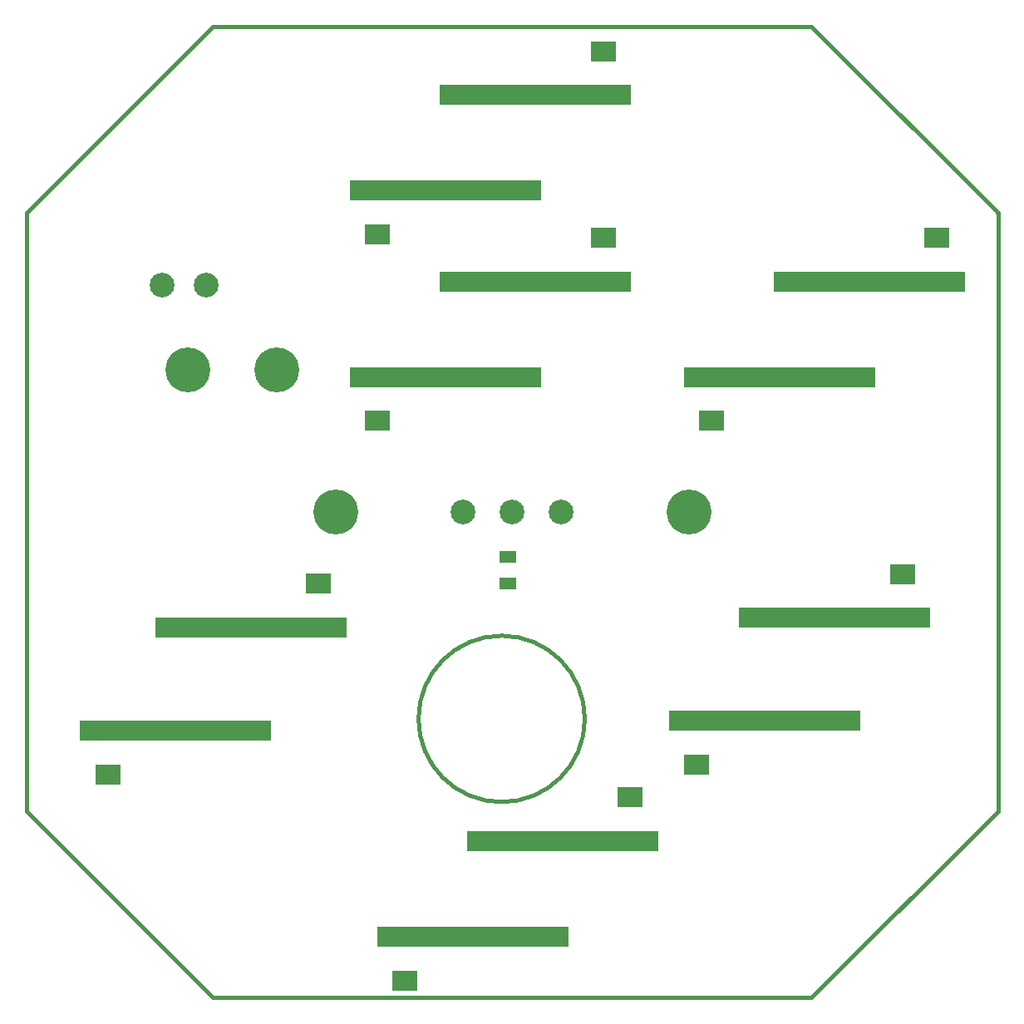
<source format=gts>
G04 #@! TF.FileFunction,Soldermask,Top*
%FSLAX46Y46*%
G04 Gerber Fmt 4.6, Leading zero omitted, Abs format (unit mm)*
G04 Created by KiCad (PCBNEW (after 2015-mar-04 BZR unknown)-product) date Wed 15 Apr 2015 11:54:57 AM CDT*
%MOMM*%
G01*
G04 APERTURE LIST*
%ADD10C,0.150000*%
%ADD11C,0.381000*%
%ADD12C,4.572000*%
%ADD13C,2.506980*%
%ADD14R,0.858520X1.257300*%
%ADD15R,2.565400X2.032000*%
%ADD16R,19.558000X2.032000*%
G04 APERTURE END LIST*
D10*
D11*
X150190200Y-167589200D02*
X89166700Y-167589200D01*
X89166700Y-167589200D02*
X70205600Y-148628100D01*
X150190200Y-68630800D02*
X169176700Y-87617300D01*
X70205600Y-87617300D02*
X89192100Y-68630800D01*
X169176700Y-148602700D02*
X150190200Y-167589200D01*
X169176700Y-87617300D02*
X169176700Y-148602700D01*
X89192100Y-68630800D02*
X150190200Y-68630800D01*
X70205600Y-148628100D02*
X70205600Y-87617300D01*
X127102752Y-139179300D02*
G75*
G03X127102752Y-139179300I-8472052J0D01*
G01*
X169181780Y-148597620D02*
X169181780Y-148590000D01*
X169171620Y-87609680D02*
X169171620Y-87619840D01*
D12*
X86700360Y-103598980D03*
X95699580Y-103598980D03*
X101700000Y-118100000D03*
X137700000Y-118100000D03*
D13*
X119700040Y-118099840D03*
X124701300Y-118099840D03*
X114701320Y-118099840D03*
X84000000Y-95000000D03*
X88500000Y-95000000D03*
D14*
X119674640Y-122651520D03*
X118826280Y-122651520D03*
X118826280Y-125349000D03*
X119674640Y-125349000D03*
D15*
X99991500Y-125424320D03*
D16*
X93070000Y-129869320D03*
D15*
X78508500Y-144825680D03*
D16*
X85430000Y-140380680D03*
D15*
X131741500Y-147174320D03*
D16*
X124820000Y-151619320D03*
D15*
X108758500Y-165825680D03*
D16*
X115680000Y-161380680D03*
D15*
X159491500Y-124424320D03*
D16*
X152570000Y-128869320D03*
D15*
X138508500Y-143825680D03*
D16*
X145430000Y-139380680D03*
D15*
X162991500Y-90174320D03*
D16*
X156070000Y-94619320D03*
D15*
X140008500Y-108825680D03*
D16*
X146930000Y-104380680D03*
D15*
X128991500Y-71174320D03*
D16*
X122070000Y-75619320D03*
D15*
X106008500Y-89825680D03*
D16*
X112930000Y-85380680D03*
D15*
X128991500Y-90174320D03*
D16*
X122070000Y-94619320D03*
D15*
X106008500Y-108825680D03*
D16*
X112930000Y-104380680D03*
M02*

</source>
